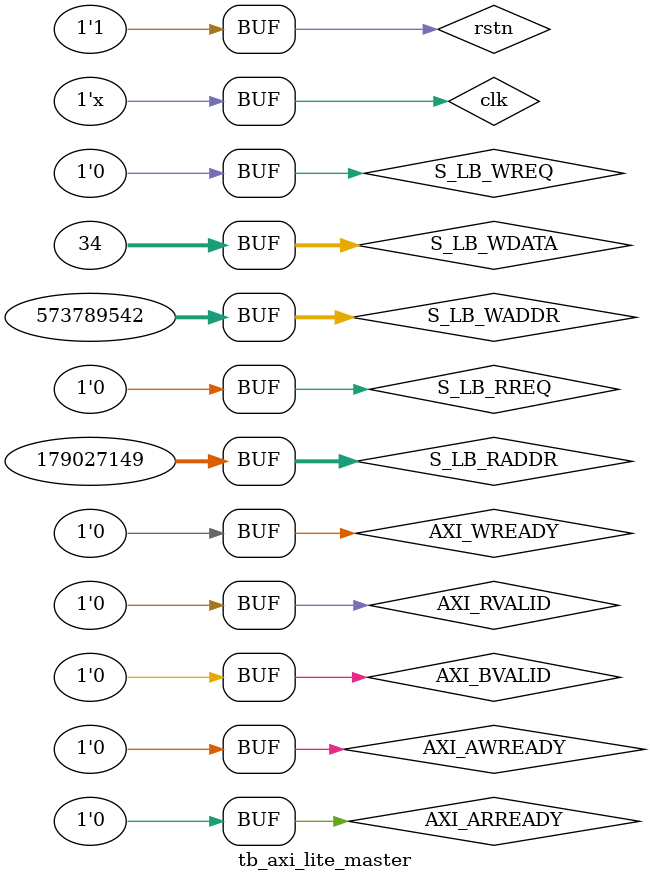
<source format=v>
`timescale 1ns / 1ps


module tb_axi_lite_master(

    );

parameter C_M_AXI_ADDR_WIDTH = 32;
parameter C_M_AXI_DATA_WIDTH = 32;


reg clk  ;
reg rstn ;

always #10 clk = ~clk;



reg S_LB_WREQ   ;
reg [C_M_AXI_ADDR_WIDTH-1:0] S_LB_WADDR  ;
reg [C_M_AXI_DATA_WIDTH-1:0]S_LB_WDATA  ;
reg S_LB_RREQ   ;
reg [C_M_AXI_ADDR_WIDTH-1:0] S_LB_RADDR  ;

wire S_LB_WBUSY ; 
wire S_LB_RBUSY ; 
wire [C_M_AXI_DATA_WIDTH-1:0]  S_LB_RDATA ; 
wire S_LB_RFINISH;


reg                                 AXI_AWREADY   ;
wire [C_M_AXI_ADDR_WIDTH-1:0]        AXI_AWADDR    ;
wire                                 AXI_AWVALID   ;
wire [ 2:0]                          AXI_AWPROT    ;
reg                                 AXI_WREADY    ;
wire [C_M_AXI_DATA_WIDTH-1:0]        AXI_WDATA     ;
wire [(C_M_AXI_DATA_WIDTH/8)-1 :0]   AXI_WSTRB     ;
wire                                 AXI_WVALID    ;
wire [ 1:0]                           AXI_BRESP     ;
reg                                  AXI_BVALID    ;
wire                                 AXI_BREADY    ;
reg                                 AXI_ARREADY   ;
wire [C_M_AXI_ADDR_WIDTH-1:0]        AXI_ARADDR    ;
wire                                 AXI_ARVALID   ;
wire [ 2:0]                          AXI_ARPROT    ;
wire [ 1:0]                          AXI_RRESP     ;
reg                                 AXI_RVALID    ;
wire [C_M_AXI_DATA_WIDTH-1:0]        AXI_RDATA     ;
wire                                 AXI_RREADY    ;
 

    
axi_lite_master #(.C_M_AXI_ADDR_WIDTH(C_M_AXI_ADDR_WIDTH),
                  .C_M_AXI_DATA_WIDTH(C_M_AXI_DATA_WIDTH))
    axi_lite_master_u(  
    .S_LB_WREQ    (S_LB_WREQ    ),                                                         //
    .S_LB_WADDR   (S_LB_WADDR   ),       //[C_M_AXI_ADDR_WIDTH-1:0]                        //
    .S_LB_WDATA   (S_LB_WDATA   ),      //[C_M_AXI_DATA_WIDTH-1 : 0]                       //
    .S_LB_RREQ    (S_LB_RREQ    ),                                                         // [C_M_AXI_ADDR_WIDTH-1 : 0]   AXI_AWADDR  
    .S_LB_RADDR   (S_LB_RADDR   ),        //[C_M_AXI_ADDR_WIDTH-1:0]                       // [2 : 0]                      AXI_AWPROT  
    .S_LB_WBUSY   (S_LB_WBUSY   ),
    .S_LB_RBUSY   (S_LB_RBUSY   ),
    .S_LB_RDATA   (S_LB_RDATA),
    .S_LB_RFINISH (S_LB_RFINISH),

    .M_AXI_ACLK             (clk    ),                                             //   AXI_AWVALID 
    .M_AXI_ARESETN          (rstn   ),                                             //   AXI_AWREADY 
    .M_AXI_AWADDR           (AXI_AWADDR  ),//[C_M_AXI_ADDR_WIDTH-1 : 0]                 // [C_M_AXI_DATA_WIDTH-1 : 0]    AXI_WDATA   
    .M_AXI_AWPROT           (AXI_AWPROT  ),//[2 : 0]                                    //  [C_M_AXI_DATA_WIDTH/8-1 : 0] AXI_WSTRB   
    .M_AXI_AWVALID          (AXI_AWVALID ),                                             //   AXI_WVALID  
    .M_AXI_AWREADY          (AXI_AWREADY ),                                             //   AXI_WREADY  
    .M_AXI_WDATA            (AXI_WDATA   ),//[C_M_AXI_DATA_WIDTH-1 : 0]                 // [1 : 0]    AXI_BRESP   
    .M_AXI_WSTRB            (AXI_WSTRB   ),//[C_M_AXI_DATA_WIDTH/8-1 : 0]               //   AXI_BVALID  
    .M_AXI_WVALID           (AXI_WVALID  ),                                             //   AXI_BREADY  
    .M_AXI_WREADY           (AXI_WREADY  ),                                             // [C_M_AXI_ADDR_WIDTH-1 : 0]   AXI_ARADDR  
    .M_AXI_BRESP            (AXI_BRESP   ), // [1 : 0]                                  // [2 : 0]  AXI_ARPROT  
    .M_AXI_BVALID           (AXI_BVALID  ),                                             //   AXI_ARVALID 
    .M_AXI_BREADY           (AXI_BREADY  ),                                             //   AXI_ARREADY 
    
    .M_AXI_ARADDR           (AXI_ARADDR  ),//[C_M_AXI_ADDR_WIDTH-1 : 0]                 //  [C_M_AXI_DATA_WIDTH-1 : 0] AXI_RDATA   
    .M_AXI_ARPROT           (AXI_ARPROT  ),// [2 : 0]                                   //   AXI_RRESP   
    .M_AXI_ARVALID          (AXI_ARVALID ),                                             //   AXI_RVALID  
    .M_AXI_ARREADY          (AXI_ARREADY ),                                             //   AXI_RREADY  
    .M_AXI_RDATA            (32'h12341234   ),//[C_M_AXI_DATA_WIDTH-1 : 0]                 //
    .M_AXI_RRESP            (AXI_RRESP   ),//[1 : 0]                                    //
    .M_AXI_RVALID           (AXI_RVALID  ),                                             //
    .M_AXI_RREADY           (AXI_RREADY  )                                              //
    );
  
  
  
  initial begin
    AXI_RVALID = 0;
    AXI_ARREADY = 0;
     AXI_BVALID = 0;
    AXI_AWREADY = 0;
    AXI_WREADY = 0;
    
    
    S_LB_WREQ   = 0;
    S_LB_WADDR  = 0;
    S_LB_WDATA  = 0;
    S_LB_RREQ   = 0;
    S_LB_RADDR  = 0;
  
    clk = 0;
    rstn = 0;
    #203;
    rstn = 1;
    #300;
    
    
    S_LB_WREQ  =1 ;
    S_LB_WADDR = 32'h22335566;
    S_LB_WDATA = 34;
    #21;
    S_LB_WREQ = 0;
    #500;
    
    AXI_AWREADY = 1;
    #200;
    AXI_WREADY = 1;
    #100;
    AXI_WREADY= 0;
    AXI_AWREADY = 0;
    
    #400;
    AXI_BVALID = 1;
    #41;
    AXI_BVALID = 0;
    
    #400;
    S_LB_RREQ = 1;
    S_LB_RADDR = 32'haabbccd;
    #21;
    S_LB_RREQ = 0;
    #200;
    AXI_ARREADY = 1;
    
    #300;
    AXI_ARREADY = 0;
    #200;
    
    
    AXI_RVALID = 1;
    #41;
    AXI_RVALID = 0;
    
    
  
  end
  







  
endmodule

</source>
